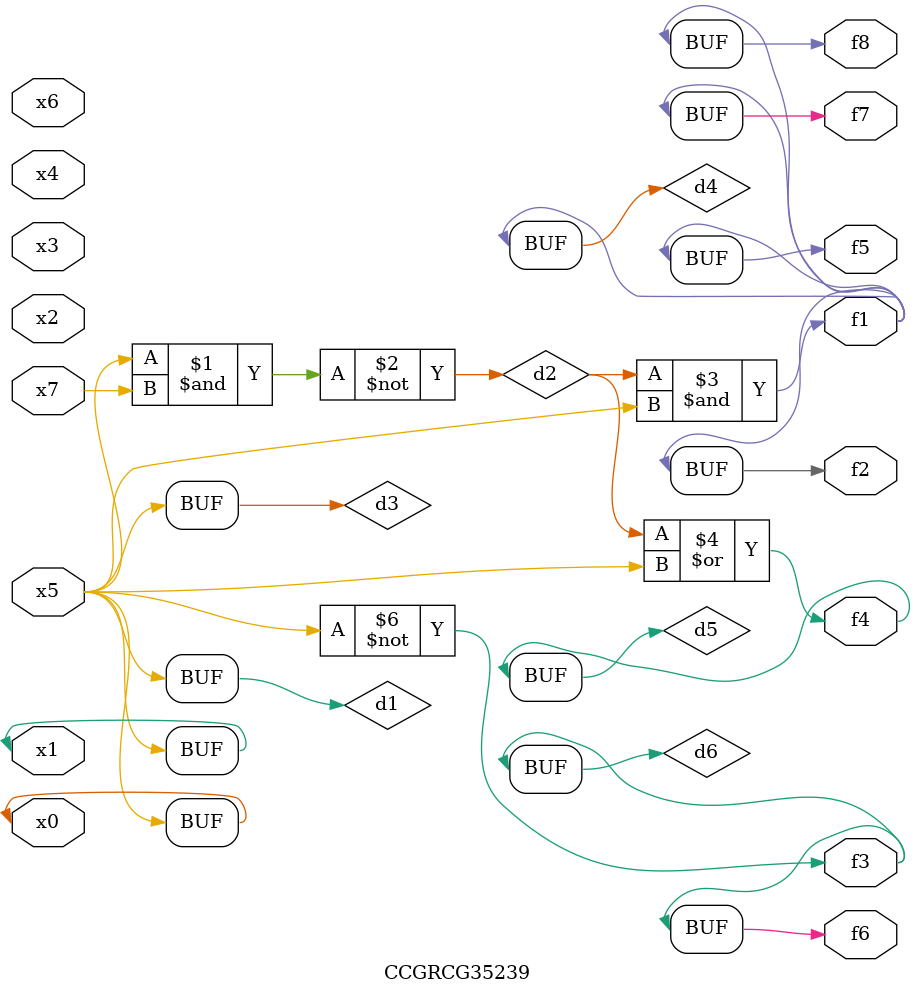
<source format=v>
module CCGRCG35239(
	input x0, x1, x2, x3, x4, x5, x6, x7,
	output f1, f2, f3, f4, f5, f6, f7, f8
);

	wire d1, d2, d3, d4, d5, d6;

	buf (d1, x0, x5);
	nand (d2, x5, x7);
	buf (d3, x0, x1);
	and (d4, d2, d3);
	or (d5, d2, d3);
	nor (d6, d1, d3);
	assign f1 = d4;
	assign f2 = d4;
	assign f3 = d6;
	assign f4 = d5;
	assign f5 = d4;
	assign f6 = d6;
	assign f7 = d4;
	assign f8 = d4;
endmodule

</source>
